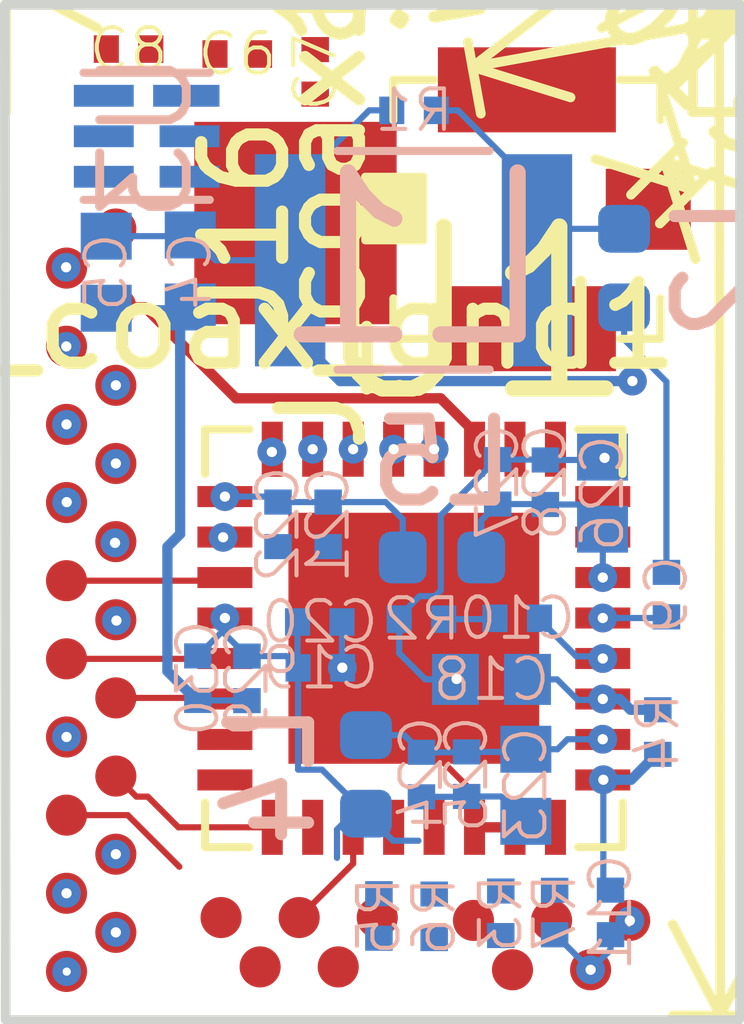
<source format=kicad_pcb>
(kicad_pcb (version 20171130) (host pcbnew "(5.1.0)-1")
  (layers (0 Top_Signal1 jumper) (1 GND power hide) (2 Signal2 signal hide) (3 VDDD power hide) (4 Signal3 signal hide) (31 Back_Signal4 jumper) (34 B.Paste user hide) (35 F.Paste user hide) (36 B.SilkS user hide) (37 F.SilkS user hide) (38 B.Mask user hide) (39 F.Mask user hide) (44 Edge.Cuts user))
  (net 0 "")
  (net 1 GND)
  (net 2 +5V)
  (net 3 +3V3)
  (net 4 VDDD)
  (net 5 "Net-(C9-Pad2)")
  (net 6 DOUT_P)
  (net 7 "Net-(C10-Pad1)")
  (net 8 "Net-(C10-Pad2)")
  (net 9 PDB)
  (net 10 VDDPLL)
  (net 11 VDDCML)
  (net 12 CLK_OUT)
  (net 13 FV)
  (net 14 LV)
  (net 15 I2C_SDA)
  (net 16 I2C_SCL)
  (net 17 "Net-(L1-Pad1)")
  (net 18 MODE)
  (net 19 DIN0)
  (net 20 DIN1)
  (net 21 DIN2)
  (net 22 DIN3)
  (net 23 DIN4)
  (net 24 DIN5)
  (net 25 DIN6)
  (net 26 DIN7)
  (net 27 DIN8)
  (net 28 DIN9)
  (net 29 DIN11)
  (net 30 DIN10)
  (module .Connector:Conn_1x1_100x100_Pad (layer Top_Signal1) (at 117.78996 42.57294)
    (fp_text reference J_coax_gnd1 (at 0 1.27) (layer F.SilkS))
    (fp_text value Conn_01x01)
    (pad 1 smd rect (at 0 0) (size 2.5 2.5) (layers Top_Signal1 F.Paste F.Mask) (net 1 GND))
  )
  (module digikey-footprints:Coax_Conn_U.FL (layer Top_Signal1) (at 120.65 42.40276 90)
    (fp_text reference J_coax1 (at 0 -2.53 90) (layer F.SilkS))
    (fp_text value U_FL-R-SMT_10_)
    (fp_line (start 1.6 -1.65) (end 1.1 -1.65) (layer F.SilkS) (width 0.1))
    (fp_line (start 1.6 -1.65) (end 1.6 -1.15) (layer F.SilkS) (width 0.1))
    (fp_line (start -1.6 -1.65) (end -1.1 -1.65) (layer F.SilkS) (width 0.1))
    (fp_line (start -1.6 -1.65) (end -1.6 -1.15) (layer F.SilkS) (width 0.1))
    (fp_line (start -1.6 1.65) (end -1.6 1.15) (layer F.SilkS) (width 0.1))
    (fp_line (start -1.6 1.65) (end -1.1 1.65) (layer F.SilkS) (width 0.1))
    (fp_line (start 1.6 1.65) (end 1.1 1.65) (layer F.SilkS) (width 0.1))
    (fp_line (start 1.6 1.65) (end 1.6 1.15) (layer F.SilkS) (width 0.1))
    (pad 2 smd rect (at 0 1.5 90) (size 1 1.05) (layers Top_Signal1 F.Paste F.Mask) (net 6 DOUT_P))
    (pad 1 smd rect (at -1.475 0 90) (size 1.05 2.2) (layers Top_Signal1 F.Paste F.Mask) (net 1 GND))
    (pad 1 smd rect (at 1.475 0 90) (size 1.05 2.2) (layers Top_Signal1 F.Paste F.Mask) (net 1 GND))
  )
  (module .Resistor:R_0201_0603Metric_ERJ_L (layer Back_Signal4) (at 120.32742 51.09786 90)
    (fp_text reference R3)
    (fp_text value ERJ-1GEF1002C)
    (fp_text user %R (at 0 0 90) (layer B.SilkS) (effects (font (size 0.5 0.5) (thickness 0.05)) (justify mirror)))
    (pad 1 smd rect (at -0.275 0 90) (size 0.31 0.34) (layers Back_Signal4 B.Paste B.Mask) (net 4 VDDD))
    (pad 2 smd rect (at 0.275 0 90) (size 0.31 0.34) (layers Back_Signal4 B.Paste B.Mask) (net 18 MODE))
  )
  (module .Resistor:R_0201_0603Metric_ERJ_L (layer Back_Signal4) (at 118.8212 51.13088 90)
    (fp_text reference R5)
    (fp_text value ERJ-1GEF3321C)
    (fp_text user %R (at 0 0 90) (layer B.SilkS) (effects (font (size 0.5 0.5) (thickness 0.05)) (justify mirror)))
    (pad 1 smd rect (at -0.275 0 90) (size 0.31 0.34) (layers Back_Signal4 B.Paste B.Mask) (net 3 +3V3))
    (pad 2 smd rect (at 0.275 0 90) (size 0.31 0.34) (layers Back_Signal4 B.Paste B.Mask) (net 16 I2C_SCL))
  )
  (module .Resistor:R_0201_0603Metric_ERJ_L (layer Back_Signal4) (at 119.50446 51.13528 90)
    (fp_text reference R6)
    (fp_text value ERJ-1GEF3321C)
    (fp_text user %R (at 0 0 90) (layer B.SilkS) (effects (font (size 0.5 0.5) (thickness 0.05)) (justify mirror)))
    (pad 2 smd rect (at 0.275 0 90) (size 0.31 0.34) (layers Back_Signal4 B.Paste B.Mask) (net 15 I2C_SDA))
    (pad 1 smd rect (at -0.275 0 90) (size 0.31 0.34) (layers Back_Signal4 B.Paste B.Mask) (net 3 +3V3))
  )
  (module .Connector:B2B_Flex_05_Dual_Row_38milx24mil_Pad_20mil (layer Top_Signal1) (at 119.989602 51.18608)
    (fp_text reference J_extra2 hide)
    (fp_text value Conn_01x05)
    (pad 5 smd circle (at 1.930398 0) (size 0.508 0.508) (layers Top_Signal1 F.Paste F.Mask) (net 4 VDDD))
    (pad 4 smd circle (at 1.447798 0.6096) (size 0.508 0.508) (layers Top_Signal1 F.Paste F.Mask) (net 1 GND))
    (pad 3 smd circle (at 0.965199 0) (size 0.508 0.508) (layers Top_Signal1 F.Paste F.Mask) (net 2 +5V))
    (pad 2 smd circle (at 0.482599 0.6096) (size 0.508 0.508) (layers Top_Signal1 F.Paste F.Mask) (net 15 I2C_SDA))
    (pad 1 smd circle (at 0 0) (size 0.508 0.508) (layers Top_Signal1 F.Paste F.Mask) (net 16 I2C_SCL))
  )
  (module .Connector:B2B_Flex_05_Dual_Row_38milx24mil_Pad_20mil (layer Top_Signal1) (at 116.870482 51.15052)
    (fp_text reference J_extra1 hide)
    (fp_text value Conn_01x05)
    (pad 5 smd circle (at 1.930398 0) (size 0.508 0.508) (layers Top_Signal1 F.Paste F.Mask) (net 1 GND))
    (pad 4 smd circle (at 1.447798 0.6096) (size 0.508 0.508) (layers Top_Signal1 F.Paste F.Mask) (net 3 +3V3))
    (pad 3 smd circle (at 0.965199 0) (size 0.508 0.508) (layers Top_Signal1 F.Paste F.Mask) (net 12 CLK_OUT))
    (pad 2 smd circle (at 0.482599 0.6096) (size 0.508 0.508) (layers Top_Signal1 F.Paste F.Mask) (net 29 DIN11))
    (pad 1 smd circle (at 0 0) (size 0.508 0.508) (layers Top_Signal1 F.Paste F.Mask) (net 30 DIN10))
  )
  (module .Capacitor:C_0201_0603Metric_L (layer Top_Signal1) (at 115.72748 40.4241 180)
    (fp_text reference C8)
    (fp_text value GRM033R61A105ME15D)
    (fp_text user %R (at 0 0 180) (layer F.SilkS) (effects (font (size 0.5 0.5) (thickness 0.05))))
    (pad 2 smd rect (at 0.275 0 180) (size 0.31 0.34) (layers Top_Signal1 F.Paste F.Mask) (net 1 GND))
    (pad 1 smd rect (at -0.275 0 180) (size 0.31 0.34) (layers Top_Signal1 F.Paste F.Mask) (net 4 VDDD))
  )
  (module .Capacitor:C_0402_1005Metric_L (layer Back_Signal4) (at 116.48948 43.16476 270)
    (fp_text reference C4)
    (fp_text value GRM155R60J106ME15D)
    (fp_text user %R (at 0 0 270) (layer B.SilkS) (effects (font (size 0.5 0.5) (thickness 0.05)) (justify mirror)))
    (pad 2 smd rect (at 0.445 0 270) (size 0.58 0.63) (layers Back_Signal4 B.Paste B.Mask) (net 1 GND))
    (pad 1 smd rect (at -0.445 0 270) (size 0.58 0.63) (layers Back_Signal4 B.Paste B.Mask) (net 2 +5V))
  )
  (module .Capacitor:C_0402_1005Metric_L (layer Back_Signal4) (at 115.45062 43.18 270)
    (fp_text reference C5)
    (fp_text value GRM155R60J106ME15D)
    (fp_text user %R (at 0 0 270) (layer B.SilkS) (effects (font (size 0.5 0.5) (thickness 0.05)) (justify mirror)))
    (pad 1 smd rect (at -0.445 0 270) (size 0.58 0.63) (layers Back_Signal4 B.Paste B.Mask) (net 2 +5V))
    (pad 2 smd rect (at 0.445 0 270) (size 0.58 0.63) (layers Back_Signal4 B.Paste B.Mask) (net 1 GND))
  )
  (module .Capacitor:C_0201_0603Metric_L (layer Top_Signal1) (at 117.07046 40.48506 180)
    (fp_text reference C6)
    (fp_text value GRM033R61A105ME15D)
    (fp_text user %R (at 0 0 180) (layer F.SilkS) (effects (font (size 0.5 0.5) (thickness 0.05))))
    (pad 1 smd rect (at -0.275 0 180) (size 0.31 0.34) (layers Top_Signal1 F.Paste F.Mask) (net 3 +3V3))
    (pad 2 smd rect (at 0.275 0 180) (size 0.31 0.34) (layers Top_Signal1 F.Paste F.Mask) (net 1 GND))
  )
  (module .Capacitor:C_0201_0603Metric_L (layer Top_Signal1) (at 118.0338 40.70536 90)
    (fp_text reference C7)
    (fp_text value GRM033R61A105ME15D)
    (fp_text user %R (at 0 0 90) (layer F.SilkS) (effects (font (size 0.5 0.5) (thickness 0.05))))
    (pad 1 smd rect (at -0.275 0 90) (size 0.31 0.34) (layers Top_Signal1 F.Paste F.Mask) (net 2 +5V))
    (pad 2 smd rect (at 0.275 0 90) (size 0.31 0.34) (layers Top_Signal1 F.Paste F.Mask) (net 1 GND))
  )
  (module .Capacitor:C_0201_0603Metric_L (layer Back_Signal4) (at 122.37466 47.16204 270)
    (fp_text reference C9)
    (fp_text value GRM033R61A104ME15D)
    (fp_text user %R (at 0 0 270) (layer B.SilkS) (effects (font (size 0.5 0.5) (thickness 0.05)) (justify mirror)))
    (pad 2 smd rect (at 0.275 0 270) (size 0.31 0.34) (layers Back_Signal4 B.Paste B.Mask) (net 5 "Net-(C9-Pad2)"))
    (pad 1 smd rect (at -0.275 0 270) (size 0.31 0.34) (layers Back_Signal4 B.Paste B.Mask) (net 6 DOUT_P))
  )
  (module .Capacitor:C_0201_0603Metric_L (layer Back_Signal4) (at 120.53062 47.45482)
    (fp_text reference C10)
    (fp_text value GRM033R61C473KE84D)
    (fp_text user %R (at 0 0) (layer B.SilkS) (effects (font (size 0.5 0.5) (thickness 0.05)) (justify mirror)))
    (pad 1 smd rect (at -0.275 0) (size 0.31 0.34) (layers Back_Signal4 B.Paste B.Mask) (net 7 "Net-(C10-Pad1)"))
    (pad 2 smd rect (at 0.275 0) (size 0.31 0.34) (layers Back_Signal4 B.Paste B.Mask) (net 8 "Net-(C10-Pad2)"))
  )
  (module .Capacitor:C_0201_0603Metric_L (layer Back_Signal4) (at 121.68378 51.08702 270)
    (fp_text reference C11)
    (fp_text value GRM033R61A105ME15D)
    (fp_text user %R (at 0 0 270) (layer B.SilkS) (effects (font (size 0.5 0.5) (thickness 0.05)) (justify mirror)))
    (pad 2 smd rect (at 0.275 0 270) (size 0.31 0.34) (layers Back_Signal4 B.Paste B.Mask) (net 1 GND))
    (pad 1 smd rect (at -0.275 0 270) (size 0.31 0.34) (layers Back_Signal4 B.Paste B.Mask) (net 9 PDB))
  )
  (module .Capacitor:C_0402_1005Metric_L (layer Back_Signal4) (at 120.21262 48.2092 180)
    (fp_text reference C18)
    (fp_text value GRM155R60J475ME47D)
    (fp_text user %R (at 0 0 180) (layer B.SilkS) (effects (font (size 0.5 0.5) (thickness 0.05)) (justify mirror)))
    (pad 1 smd rect (at -0.445 0 180) (size 0.58 0.63) (layers Back_Signal4 B.Paste B.Mask) (net 4 VDDD))
    (pad 2 smd rect (at 0.445 0 180) (size 0.58 0.63) (layers Back_Signal4 B.Paste B.Mask) (net 1 GND))
  )
  (module .Capacitor:C_0201_0603Metric_L (layer Back_Signal4) (at 118.0973 48.06696)
    (fp_text reference C19)
    (fp_text value GRM033R61A104ME15D)
    (fp_text user %R (at 0 0) (layer B.SilkS) (effects (font (size 0.5 0.5) (thickness 0.05)) (justify mirror)))
    (pad 2 smd rect (at 0.275 0) (size 0.31 0.34) (layers Back_Signal4 B.Paste B.Mask) (net 1 GND))
    (pad 1 smd rect (at -0.275 0) (size 0.31 0.34) (layers Back_Signal4 B.Paste B.Mask) (net 4 VDDD))
  )
  (module .Capacitor:C_0201_0603Metric_L (layer Back_Signal4) (at 118.09036 47.50054)
    (fp_text reference C20)
    (fp_text value GRM033R71A103KA01D)
    (fp_text user %R (at 0 0) (layer B.SilkS) (effects (font (size 0.5 0.5) (thickness 0.05)) (justify mirror)))
    (pad 1 smd rect (at -0.275 0) (size 0.31 0.34) (layers Back_Signal4 B.Paste B.Mask) (net 4 VDDD))
    (pad 2 smd rect (at 0.275 0) (size 0.31 0.34) (layers Back_Signal4 B.Paste B.Mask) (net 1 GND))
  )
  (module .Capacitor:C_0201_0603Metric_L (layer Back_Signal4) (at 118.19382 46.29404 270)
    (fp_text reference C21)
    (fp_text value GRM033R61A104ME15D)
    (fp_text user %R (at 0 0 270) (layer B.SilkS) (effects (font (size 0.5 0.5) (thickness 0.05)) (justify mirror)))
    (pad 2 smd rect (at 0.275 0 270) (size 0.31 0.34) (layers Back_Signal4 B.Paste B.Mask) (net 1 GND))
    (pad 1 smd rect (at -0.275 0 270) (size 0.31 0.34) (layers Back_Signal4 B.Paste B.Mask) (net 4 VDDD))
  )
  (module .Capacitor:C_0201_0603Metric_L (layer Back_Signal4) (at 117.57406 46.29404 270)
    (fp_text reference C22)
    (fp_text value GRM033R71A103KA01D)
    (fp_text user %R (at 0 0 270) (layer B.SilkS) (effects (font (size 0.5 0.5) (thickness 0.05)) (justify mirror)))
    (pad 1 smd rect (at -0.275 0 270) (size 0.31 0.34) (layers Back_Signal4 B.Paste B.Mask) (net 4 VDDD))
    (pad 2 smd rect (at 0.275 0 270) (size 0.31 0.34) (layers Back_Signal4 B.Paste B.Mask) (net 1 GND))
  )
  (module .Capacitor:C_0402_1005Metric_L (layer Back_Signal4) (at 120.6373 49.5168 270)
    (fp_text reference C23)
    (fp_text value GRM155R60J475ME47D)
    (fp_text user %R (at 0 0 270) (layer B.SilkS) (effects (font (size 0.5 0.5) (thickness 0.05)) (justify mirror)))
    (pad 1 smd rect (at -0.445 0 270) (size 0.58 0.63) (layers Back_Signal4 B.Paste B.Mask) (net 10 VDDPLL))
    (pad 2 smd rect (at 0.445 0 270) (size 0.58 0.63) (layers Back_Signal4 B.Paste B.Mask) (net 1 GND))
  )
  (module .Capacitor:C_0201_0603Metric_L (layer Back_Signal4) (at 119.34698 49.38454 270)
    (fp_text reference C24)
    (fp_text value GRM033R61A104ME15D)
    (fp_text user %R (at 0 0 270) (layer B.SilkS) (effects (font (size 0.5 0.5) (thickness 0.05)) (justify mirror)))
    (pad 2 smd rect (at 0.275 0 270) (size 0.31 0.34) (layers Back_Signal4 B.Paste B.Mask) (net 1 GND))
    (pad 1 smd rect (at -0.275 0 270) (size 0.31 0.34) (layers Back_Signal4 B.Paste B.Mask) (net 10 VDDPLL))
  )
  (module .Capacitor:C_0201_0603Metric_L (layer Back_Signal4) (at 119.90578 49.38014 270)
    (fp_text reference C25)
    (fp_text value GRM033R71A103KA01D)
    (fp_text user %R (at 0 0 270) (layer B.SilkS) (effects (font (size 0.5 0.5) (thickness 0.05)) (justify mirror)))
    (pad 1 smd rect (at -0.275 0 270) (size 0.31 0.34) (layers Back_Signal4 B.Paste B.Mask) (net 10 VDDPLL))
    (pad 2 smd rect (at 0.275 0 270) (size 0.31 0.34) (layers Back_Signal4 B.Paste B.Mask) (net 1 GND))
  )
  (module .Capacitor:C_0402_1005Metric_L (layer Back_Signal4) (at 121.58472 45.90846 90)
    (fp_text reference C26)
    (fp_text value GRJ155R60J106ME11D)
    (fp_text user %R (at 0 0 90) (layer B.SilkS) (effects (font (size 0.5 0.5) (thickness 0.05)) (justify mirror)))
    (pad 2 smd rect (at 0.445 0 90) (size 0.58 0.63) (layers Back_Signal4 B.Paste B.Mask) (net 1 GND))
    (pad 1 smd rect (at -0.445 0 90) (size 0.58 0.63) (layers Back_Signal4 B.Paste B.Mask) (net 11 VDDCML))
  )
  (module .Capacitor:C_0201_0603Metric_L (layer Back_Signal4) (at 120.28932 45.76894 90)
    (fp_text reference C27)
    (fp_text value GRM033R61A104ME15D)
    (fp_text user %R (at 0 0 90) (layer B.SilkS) (effects (font (size 0.5 0.5) (thickness 0.05)) (justify mirror)))
    (pad 2 smd rect (at 0.275 0 90) (size 0.31 0.34) (layers Back_Signal4 B.Paste B.Mask) (net 1 GND))
    (pad 1 smd rect (at -0.275 0 90) (size 0.31 0.34) (layers Back_Signal4 B.Paste B.Mask) (net 11 VDDCML))
  )
  (module .Capacitor:C_0201_0603Metric_L (layer Back_Signal4) (at 120.8786 45.77402 90)
    (fp_text reference C28)
    (fp_text value GRM033R71A103KA01D)
    (fp_text user %R (at 0 0 90) (layer B.SilkS) (effects (font (size 0.5 0.5) (thickness 0.05)) (justify mirror)))
    (pad 1 smd rect (at -0.275 0 90) (size 0.31 0.34) (layers Back_Signal4 B.Paste B.Mask) (net 11 VDDCML))
    (pad 2 smd rect (at 0.275 0 90) (size 0.31 0.34) (layers Back_Signal4 B.Paste B.Mask) (net 1 GND))
  )
  (module .Capacitor:C_0201_0603Metric_L (layer Back_Signal4) (at 117.19052 48.1965 270)
    (fp_text reference C29)
    (fp_text value GRM033R61A104ME15D)
    (fp_text user %R (at 0 0 270) (layer B.SilkS) (effects (font (size 0.5 0.5) (thickness 0.05)) (justify mirror)))
    (pad 2 smd rect (at 0.275 0 270) (size 0.31 0.34) (layers Back_Signal4 B.Paste B.Mask) (net 1 GND))
    (pad 1 smd rect (at -0.275 0 270) (size 0.31 0.34) (layers Back_Signal4 B.Paste B.Mask) (net 4 VDDD))
  )
  (module .Capacitor:C_0201_0603Metric_L (layer Back_Signal4) (at 116.58346 48.19396 270)
    (fp_text reference C30)
    (fp_text value GRM033R71A103KA01D)
    (fp_text user %R (at 0 0 270) (layer B.SilkS) (effects (font (size 0.5 0.5) (thickness 0.05)) (justify mirror)))
    (pad 1 smd rect (at -0.275 0 270) (size 0.31 0.34) (layers Back_Signal4 B.Paste B.Mask) (net 4 VDDD))
    (pad 2 smd rect (at 0.275 0 270) (size 0.31 0.34) (layers Back_Signal4 B.Paste B.Mask) (net 1 GND))
  )
  (module .Connector:B2B_Flex_20_Dual_Row_38milx24mil_Pad_20mil (layer Top_Signal1) (at 115.57 42.646604 270)
    (fp_text reference J16 (at -0.0254 -1.6002 270) (layer F.SilkS))
    (fp_text value Conn_01x20_Female)
    (pad 1 smd circle (at 0 0 270) (size 0.508 0.508) (layers Top_Signal1 F.Paste F.Mask) (net 1 GND))
    (pad 2 smd circle (at 0.482599 0.6096 270) (size 0.508 0.508) (layers Top_Signal1 F.Paste F.Mask) (net 4 VDDD))
    (pad 3 smd circle (at 0.965199 0 270) (size 0.508 0.508) (layers Top_Signal1 F.Paste F.Mask) (net 19 DIN0))
    (pad 4 smd circle (at 1.447798 0.6096 270) (size 0.508 0.508) (layers Top_Signal1 F.Paste F.Mask) (net 21 DIN2))
    (pad 5 smd circle (at 1.930398 0 270) (size 0.508 0.508) (layers Top_Signal1 F.Paste F.Mask) (net 20 DIN1))
    (pad 6 smd circle (at 2.412997 0.6096 270) (size 0.508 0.508) (layers Top_Signal1 F.Paste F.Mask) (net 22 DIN3))
    (pad 7 smd circle (at 2.895597 0 270) (size 0.508 0.508) (layers Top_Signal1 F.Paste F.Mask) (net 12 CLK_OUT))
    (pad 8 smd circle (at 3.378196 0.6096 270) (size 0.508 0.508) (layers Top_Signal1 F.Paste F.Mask) (net 23 DIN4))
    (pad 9 smd circle (at 3.860796 0 270) (size 0.508 0.508) (layers Top_Signal1 F.Paste F.Mask) (net 24 DIN5))
    (pad 10 smd circle (at 4.343395 0.6096 270) (size 0.508 0.508) (layers Top_Signal1 F.Paste F.Mask) (net 26 DIN7))
    (pad 11 smd circle (at 4.825995 0 270) (size 0.508 0.508) (layers Top_Signal1 F.Paste F.Mask) (net 25 DIN6))
    (pad 12 smd circle (at 5.308594 0.6096 270) (size 0.508 0.508) (layers Top_Signal1 F.Paste F.Mask) (net 27 DIN8))
    (pad 13 smd circle (at 5.791194 0 270) (size 0.508 0.508) (layers Top_Signal1 F.Paste F.Mask) (net 28 DIN9))
    (pad 14 smd circle (at 6.273793 0.6096 270) (size 0.508 0.508) (layers Top_Signal1 F.Paste F.Mask) (net 13 FV))
    (pad 15 smd circle (at 6.756393 0 270) (size 0.508 0.508) (layers Top_Signal1 F.Paste F.Mask) (net 14 LV))
    (pad 16 smd circle (at 7.238992 0.6096 270) (size 0.508 0.508) (layers Top_Signal1 F.Paste F.Mask) (net 15 I2C_SDA))
    (pad 17 smd circle (at 7.721592 0 270) (size 0.508 0.508) (layers Top_Signal1 F.Paste F.Mask) (net 16 I2C_SCL))
    (pad 18 smd circle (at 8.204191 0.6096 270) (size 0.508 0.508) (layers Top_Signal1 F.Paste F.Mask) (net 2 +5V))
    (pad 19 smd circle (at 8.686791 0 270) (size 0.508 0.508) (layers Top_Signal1 F.Paste F.Mask) (net 4 VDDD))
    (pad 20 smd circle (at 9.16939 0.6096 270) (size 0.508 0.508) (layers Top_Signal1 F.Paste F.Mask) (net 1 GND))
  )
  (module .Inductor:L_1210_3225Metric_L (layer Back_Signal4) (at 119.24946 43.03268 180)
    (fp_text reference L1)
    (fp_text value ADL3225V-470MT-TL000)
    (fp_text user %R (at 0 0 180) (layer B.SilkS) (effects (font (size 2 2) (thickness 0.2)) (justify mirror)))
    (fp_line (start -0.94 1.35) (end 0.94 1.35) (layer B.SilkS) (width 0.1))
    (fp_line (start -0.94 -1.35) (end 0.94 -1.35) (layer B.SilkS) (width 0.1))
    (pad 1 smd rect (at -1.525 0 180) (size 0.87 2.62) (layers Back_Signal4 B.Paste B.Mask) (net 17 "Net-(L1-Pad1)"))
    (pad 2 smd rect (at 1.525 0 180) (size 0.87 2.62) (layers Back_Signal4 B.Paste B.Mask) (net 2 +5V))
  )
  (module Inductor_SMD:L_0402_1005Metric (layer Back_Signal4) (at 121.85142 43.12906 90)
    (fp_text reference L2 (at 0 1.17 90) (layer B.SilkS) (effects (justify mirror)))
    (fp_text value BLM15HD102SN1D)
    (pad 1 smd roundrect (at -0.485 0 90) (size 0.59 0.64) (layers Back_Signal4 B.Paste B.Mask) (net 6 DOUT_P))
    (pad 2 smd roundrect (at 0.485 0 90) (size 0.59 0.64) (layers Back_Signal4 B.Paste B.Mask) (net 17 "Net-(L1-Pad1)"))
  )
  (module Inductor_SMD:L_0402_1005Metric (layer Back_Signal4) (at 118.66118 49.38254 270)
    (fp_text reference L4 (at 0 1.17 270) (layer B.SilkS) (effects (justify mirror)))
    (fp_text value BLM15HD102SN1D)
    (pad 2 smd roundrect (at 0.485 0 270) (size 0.59 0.64) (layers Back_Signal4 B.Paste B.Mask) (net 4 VDDD))
    (pad 1 smd roundrect (at -0.485 0 270) (size 0.59 0.64) (layers Back_Signal4 B.Paste B.Mask) (net 10 VDDPLL))
  )
  (module Inductor_SMD:L_0402_1005Metric (layer Back_Signal4) (at 119.60098 46.70298 180)
    (fp_text reference L5 (at 0 1.17 180) (layer B.SilkS) (effects (justify mirror)))
    (fp_text value BLM15HD102SN1D)
    (pad 1 smd roundrect (at -0.485 0 180) (size 0.59 0.64) (layers Back_Signal4 B.Paste B.Mask) (net 11 VDDCML))
    (pad 2 smd roundrect (at 0.485 0 180) (size 0.59 0.64) (layers Back_Signal4 B.Paste B.Mask) (net 4 VDDD))
  )
  (module .Resistor:R_0201_0603Metric_ERJ_L (layer Back_Signal4) (at 119.25554 41.18102)
    (fp_text reference R1)
    (fp_text value MMBT3904LP-7B)
    (fp_text user %R (at 0 0) (layer B.SilkS) (effects (font (size 0.5 0.5) (thickness 0.05)) (justify mirror)))
    (pad 1 smd rect (at -0.275 0) (size 0.31 0.34) (layers Back_Signal4 B.Paste B.Mask) (net 2 +5V))
    (pad 2 smd rect (at 0.275 0) (size 0.31 0.34) (layers Back_Signal4 B.Paste B.Mask) (net 17 "Net-(L1-Pad1)"))
  )
  (module .Resistor:R_0201_0603Metric_ERJ_L (layer Back_Signal4) (at 119.34698 47.46498)
    (fp_text reference R2)
    (fp_text value ERJ-1GEF49R9C)
    (fp_text user %R (at 0 0) (layer B.SilkS) (effects (font (size 0.5 0.5) (thickness 0.05)) (justify mirror)))
    (pad 2 smd rect (at 0.275 0) (size 0.31 0.34) (layers Back_Signal4 B.Paste B.Mask) (net 7 "Net-(C10-Pad1)"))
    (pad 1 smd rect (at -0.275 0) (size 0.31 0.34) (layers Back_Signal4 B.Paste B.Mask) (net 1 GND))
  )
  (module .Resistor:R_0201_0603Metric_ERJ_L (layer Back_Signal4) (at 122.26798 48.85944 270)
    (fp_text reference R4)
    (fp_text value ERJ-1GEF1002C)
    (fp_text user %R (at 0 0 270) (layer B.SilkS) (effects (font (size 0.5 0.5) (thickness 0.05)) (justify mirror)))
    (pad 2 smd rect (at 0.275 0 270) (size 0.31 0.34) (layers Back_Signal4 B.Paste B.Mask) (net 9 PDB))
    (pad 1 smd rect (at -0.275 0 270) (size 0.31 0.34) (layers Back_Signal4 B.Paste B.Mask) (net 4 VDDD))
  )
  (module .Resistor:R_0201_0603Metric_ERJ_L (layer Back_Signal4) (at 120.9929 51.08888 270)
    (fp_text reference R7)
    (fp_text value ERJ-1GEF1003C)
    (fp_text user %R (at 0 0 270) (layer B.SilkS) (effects (font (size 0.5 0.5) (thickness 0.05)) (justify mirror)))
    (pad 1 smd rect (at -0.275 0 270) (size 0.31 0.34) (layers Back_Signal4 B.Paste B.Mask) (net 18 MODE))
    (pad 2 smd rect (at 0.275 0 270) (size 0.31 0.34) (layers Back_Signal4 B.Paste B.Mask) (net 1 GND))
  )
  (module .Package_QFN:QFN_33_P50_500X500X80L40X24T310L (layer Top_Signal1) (at 119.253 47.7012)
    (fp_text reference U1)
    (fp_text value DS90UB933-Q1)
    (fp_text user %R (at 0.75 -4) (layer F.SilkS) (effects (font (size 2 2) (thickness 0.2))))
    (fp_line (start -2.03 2.58) (end -2.58 2.58) (layer F.SilkS) (width 0.1))
    (fp_line (start -2.58 2.58) (end -2.58 2.03) (layer F.SilkS) (width 0.1))
    (fp_line (start 2.03 2.58) (end 2.58 2.58) (layer F.SilkS) (width 0.1))
    (fp_line (start 2.58 2.58) (end 2.58 2.03) (layer F.SilkS) (width 0.1))
    (fp_line (start 2.03 -2.58) (end 2.58 -2.58) (layer F.SilkS) (width 0.1))
    (fp_line (start 2.58 -2.58) (end 2.58 -2.03) (layer F.SilkS) (width 0.1))
    (fp_line (start -2.03 -2.58) (end -2.58 -2.58) (layer F.SilkS) (width 0.1))
    (fp_line (start -2.58 -2.58) (end -2.58 -2.03) (layer F.SilkS) (width 0.1))
    (pad 1 smd rect (at -1.75 2.335 90) (size 0.68 0.26) (layers Top_Signal1 F.Paste F.Mask) (net 14 LV))
    (pad 2 smd rect (at -1.25 2.335 90) (size 0.68 0.26) (layers Top_Signal1 F.Paste F.Mask) (net 13 FV))
    (pad 3 smd rect (at -0.75 2.335 90) (size 0.68 0.26) (layers Top_Signal1 F.Paste F.Mask) (net 12 CLK_OUT))
    (pad 4 smd rect (at -0.25 2.335 90) (size 0.68 0.26) (layers Top_Signal1 F.Paste F.Mask) (net 16 I2C_SCL))
    (pad 5 smd rect (at 0.25 2.335 90) (size 0.68 0.26) (layers Top_Signal1 F.Paste F.Mask) (net 15 I2C_SDA))
    (pad 6 smd rect (at 0.75 2.335 90) (size 0.68 0.26) (layers Top_Signal1 F.Paste F.Mask) (net 1 GND))
    (pad 7 smd rect (at 1.25 2.335 90) (size 0.68 0.26) (layers Top_Signal1 F.Paste F.Mask) (net 1 GND))
    (pad 8 smd rect (at 1.75 2.335 90) (size 0.68 0.26) (layers Top_Signal1 F.Paste F.Mask) (net 18 MODE))
    (pad 9 smd rect (at 2.335 1.75) (size 0.68 0.26) (layers Top_Signal1 F.Paste F.Mask) (net 9 PDB))
    (pad 10 smd rect (at 2.335 1.25) (size 0.68 0.26) (layers Top_Signal1 F.Paste F.Mask) (net 10 VDDPLL))
    (pad 11 smd rect (at 2.335 0.75) (size 0.68 0.26) (layers Top_Signal1 F.Paste F.Mask) (net 4 VDDD))
    (pad 12 smd rect (at 2.335 0.25) (size 0.68 0.26) (layers Top_Signal1 F.Paste F.Mask) (net 8 "Net-(C10-Pad2)"))
    (pad 13 smd rect (at 2.335 -0.25) (size 0.68 0.26) (layers Top_Signal1 F.Paste F.Mask) (net 5 "Net-(C9-Pad2)"))
    (pad 14 smd rect (at 2.335 -0.75) (size 0.68 0.26) (layers Top_Signal1 F.Paste F.Mask) (net 11 VDDCML))
    (pad 15 smd rect (at 2.335 -1.25) (size 0.68 0.26) (layers Top_Signal1 F.Paste F.Mask))
    (pad 16 smd rect (at 2.335 -1.75) (size 0.68 0.26) (layers Top_Signal1 F.Paste F.Mask))
    (pad 17 smd rect (at 1.75 -2.335 90) (size 0.68 0.26) (layers Top_Signal1 F.Paste F.Mask))
    (pad 18 smd rect (at 1.25 -2.335 90) (size 0.68 0.26) (layers Top_Signal1 F.Paste F.Mask))
    (pad 19 smd rect (at 0.75 -2.335 90) (size 0.68 0.26) (layers Top_Signal1 F.Paste F.Mask) (net 19 DIN0))
    (pad 20 smd rect (at 0.25 -2.335 90) (size 0.68 0.26) (layers Top_Signal1 F.Paste F.Mask) (net 20 DIN1))
    (pad 21 smd rect (at -0.25 -2.335 90) (size 0.68 0.26) (layers Top_Signal1 F.Paste F.Mask) (net 21 DIN2))
    (pad 22 smd rect (at -0.75 -2.335 90) (size 0.68 0.26) (layers Top_Signal1 F.Paste F.Mask) (net 22 DIN3))
    (pad 23 smd rect (at -1.25 -2.335 90) (size 0.68 0.26) (layers Top_Signal1 F.Paste F.Mask) (net 23 DIN4))
    (pad 24 smd rect (at -1.75 -2.335 90) (size 0.68 0.26) (layers Top_Signal1 F.Paste F.Mask) (net 24 DIN5))
    (pad 25 smd rect (at -2.335 -1.75) (size 0.68 0.26) (layers Top_Signal1 F.Paste F.Mask) (net 4 VDDD))
    (pad 26 smd rect (at -2.335 -1.25) (size 0.68 0.26) (layers Top_Signal1 F.Paste F.Mask) (net 25 DIN6))
    (pad 27 smd rect (at -2.335 -0.75) (size 0.68 0.26) (layers Top_Signal1 F.Paste F.Mask) (net 26 DIN7))
    (pad 28 smd rect (at -2.335 -0.25) (size 0.68 0.26) (layers Top_Signal1 F.Paste F.Mask) (net 4 VDDD))
    (pad 29 smd rect (at -2.335 0.25) (size 0.68 0.26) (layers Top_Signal1 F.Paste F.Mask) (net 27 DIN8))
    (pad 30 smd rect (at -2.335 0.75) (size 0.68 0.26) (layers Top_Signal1 F.Paste F.Mask) (net 28 DIN9))
    (pad 31 smd rect (at -2.335 1.25) (size 0.68 0.26) (layers Top_Signal1 F.Paste F.Mask) (net 30 DIN10))
    (pad 32 smd rect (at -2.335 1.75) (size 0.68 0.26) (layers Top_Signal1 F.Paste F.Mask) (net 29 DIN11))
    (pad 33 smd rect (at 0 0) (size 3.1 3.1) (layers Top_Signal1 F.Paste F.Mask) (net 1 GND))
  )
  (module .Package_SON:SON_6_P50_150X150X80L50X25L (layer Back_Signal4) (at 115.951 41.50106 270)
    (fp_text reference U3)
    (fp_text value TLV7103318DSER)
    (fp_text user %R (at 0 0 270) (layer B.SilkS) (effects (font (size 1.07 1.07) (thickness 0.11)) (justify mirror)))
    (fp_line (start -0.785 -0.78) (end -0.785 0.78) (layer B.SilkS) (width 0.1))
    (fp_line (start 0.785 -0.78) (end 0.785 0.78) (layer B.SilkS) (width 0.1))
    (pad 1 smd rect (at -0.5 -0.49 180) (size 0.82 0.27) (layers Back_Signal4 B.Paste B.Mask) (net 2 +5V))
    (pad 2 smd rect (at 0 -0.53 180) (size 0.74 0.27) (layers Back_Signal4 B.Paste B.Mask) (net 2 +5V))
    (pad 3 smd rect (at 0.5 -0.53 180) (size 0.74 0.27) (layers Back_Signal4 B.Paste B.Mask) (net 2 +5V))
    (pad 4 smd rect (at 0.5 0.53 180) (size 0.74 0.27) (layers Back_Signal4 B.Paste B.Mask) (net 1 GND))
    (pad 5 smd rect (at 0 0.53 180) (size 0.74 0.27) (layers Back_Signal4 B.Paste B.Mask) (net 4 VDDD))
    (pad 6 smd rect (at -0.5 0.53 180) (size 0.74 0.27) (layers Back_Signal4 B.Paste B.Mask) (net 3 +3V3))
  )
  (dimension 0.502894 (width 0.12) (layer F.SilkS) (gr_text "0.0198 in" (at 121.631574 42.884226 315) (layer F.SilkS) (effects (font (size 1 1) (thickness 0.15)))) (feature1 (pts (xy 122.936 41.9354) (xy 122.292738 42.578662))) (feature2 (pts (xy 122.5804 41.5798) (xy 121.937138 42.223062))) (crossbar (pts (xy 122.3518 41.8084) (xy 122.7074 42.164))) (arrow1a (pts (xy 122.7074 42.164) (xy 121.496179 41.782104))) (arrow1b (pts (xy 122.7074 42.164) (xy 122.325504 40.952779))) (arrow2a (pts (xy 122.3518 41.8084) (xy 122.733696 43.019621))) (arrow2b (pts (xy 122.3518 41.8084) (xy 123.563021 42.190296))))
  (gr_poly (pts (xy 118.65102 42.00144) (xy 119.36984 42.00144) (xy 119.36984 42.7863) (xy 118.65356 42.7863)) (layer F.SilkS) (width 0.1))
  (dimension 3.438212 (width 0.12) (layer F.SilkS) (gr_text "0.1354 in" (at 121.89427 41.58812 10.25562981) (layer F.SilkS) (effects (font (size 1 1) (thickness 0.15)))) (feature1 (pts (xy 119.92102 40.33774) (xy 120.080925 41.221532))) (feature2 (pts (xy 123.3043 39.7256) (xy 123.464205 40.609392))) (crossbar (pts (xy 123.359799 40.032341) (xy 119.976519 40.644481))) (arrow1a (pts (xy 119.976519 40.644481) (xy 120.980618 39.866866))) (arrow1b (pts (xy 119.976519 40.644481) (xy 121.189431 41.02097))) (arrow2a (pts (xy 123.359799 40.032341) (xy 122.146887 39.655852))) (arrow2b (pts (xy 123.359799 40.032341) (xy 122.3557 40.809956))))
  (dimension 0.576261 (width 0.12) (layer F.SilkS) (gr_text "0.0227 in" (at 123.790301 38.51741 -9.130176482) (layer F.SilkS) (effects (font (size 1 1) (thickness 0.15)))) (feature1 (pts (xy 123.3043 39.7256) (xy 123.397352 39.146609))) (feature2 (pts (xy 123.87326 39.81704) (xy 123.966312 39.238049))) (crossbar (pts (xy 123.87326 39.81704) (xy 123.3043 39.7256))) (arrow1a (pts (xy 123.3043 39.7256) (xy 124.509583 39.32536))) (arrow1b (pts (xy 123.3043 39.7256) (xy 124.323479 40.483342))) (arrow2a (pts (xy 123.87326 39.81704) (xy 122.854081 39.059298))) (arrow2b (pts (xy 123.87326 39.81704) (xy 122.667977 40.21728))))
  (dimension 0.21841 (width 0.12) (layer F.SilkS) (gr_text "0.0086 in" (at 123.558067 40.964492 351.3044971) (layer F.SilkS) (effects (font (size 1 1) (thickness 0.15)))) (feature1 (pts (xy 123.85802 39.7256) (xy 123.769363 40.30528))) (feature2 (pts (xy 123.64212 39.69258) (xy 123.553463 40.27226))) (crossbar (pts (xy 123.64212 39.69258) (xy 123.85802 39.7256))) (arrow1a (pts (xy 123.85802 39.7256) (xy 122.655808 40.134972))) (arrow1b (pts (xy 123.85802 39.7256) (xy 122.833122 38.975611))) (arrow2a (pts (xy 123.64212 39.69258) (xy 124.667018 40.442569))) (arrow2b (pts (xy 123.64212 39.69258) (xy 124.844332 39.283208))))
  (dimension 12.603489 (width 0.12) (layer F.SilkS) (gr_text "0.4962 in" (at 121.762559 46.059617 270.0692814) (layer F.SilkS) (effects (font (size 1 1) (thickness 0.15)))) (feature1 (pts (xy 123.25604 52.35956) (xy 122.453758 52.36053))) (feature2 (pts (xy 123.2408 39.75608) (xy 122.438518 39.75705))) (crossbar (pts (xy 123.024938 39.756341) (xy 123.040178 52.359821))) (arrow1a (pts (xy 123.040178 52.359821) (xy 122.452396 51.234027))) (arrow1b (pts (xy 123.040178 52.359821) (xy 123.625236 51.232609))) (arrow2a (pts (xy 123.024938 39.756341) (xy 122.43988 40.883553))) (arrow2b (pts (xy 123.024938 39.756341) (xy 123.61272 40.882135))))
  (dimension 0.0127 (width 0.12) (layer F.SilkS) (gr_text "0.013 mm" (at 123.30303 35.8775) (layer F.SilkS) (effects (font (size 1 1) (thickness 0.15)))) (feature1 (pts (xy 123.29668 52.38496) (xy 123.29668 36.561079))) (feature2 (pts (xy 123.30938 52.38496) (xy 123.30938 36.561079))) (crossbar (pts (xy 123.30938 37.1475) (xy 123.29668 37.1475))) (arrow1a (pts (xy 123.29668 37.1475) (xy 124.423184 36.561079))) (arrow1b (pts (xy 123.29668 37.1475) (xy 124.423184 37.733921))) (arrow2a (pts (xy 123.30938 37.1475) (xy 122.182876 36.561079))) (arrow2b (pts (xy 123.30938 37.1475) (xy 122.182876 37.733921))))
  (dimension 11.18616 (width 0.12) (layer F.SilkS) (gr_text "11.186 mm" (at 126.4285 46.79442 270) (layer F.SilkS) (effects (font (size 1 1) (thickness 0.15)))) (feature1 (pts (xy 122.69216 52.3875) (xy 125.744921 52.3875))) (feature2 (pts (xy 122.69216 41.20134) (xy 125.744921 41.20134))) (crossbar (pts (xy 125.1585 41.20134) (xy 125.1585 52.3875))) (arrow1a (pts (xy 125.1585 52.3875) (xy 124.572079 51.260996))) (arrow1b (pts (xy 125.1585 52.3875) (xy 125.744921 51.260996))) (arrow2a (pts (xy 125.1585 41.20134) (xy 124.572079 42.327844))) (arrow2b (pts (xy 125.1585 41.20134) (xy 125.744921 42.327844))))
  (dimension 8.48868 (width 0.12) (layer F.SilkS) (gr_text "8.489 mm" (at 118.45798 38.30574) (layer F.SilkS) (effects (font (size 1 1) (thickness 0.15)))) (feature1 (pts (xy 114.21364 41.20642) (xy 114.21364 38.989319))) (feature2 (pts (xy 122.70232 41.20642) (xy 122.70232 38.989319))) (crossbar (pts (xy 122.70232 39.57574) (xy 114.21364 39.57574))) (arrow1a (pts (xy 114.21364 39.57574) (xy 115.340144 38.989319))) (arrow1b (pts (xy 114.21364 39.57574) (xy 115.340144 40.162161))) (arrow2a (pts (xy 122.70232 39.57574) (xy 121.575816 38.989319))) (arrow2b (pts (xy 122.70232 39.57574) (xy 121.575816 40.162161))))
  (gr_line (start 114.20856 52.4129) (end 114.1984 39.878) (layer Edge.Cuts) (width 0.12))
  (gr_line (start 123.2662 52.41798) (end 114.22634 52.41798) (layer Edge.Cuts) (width 0.12))
  (gr_line (start 123.28398 39.878) (end 123.28398 52.39258) (layer Edge.Cuts) (width 0.12))
  (gr_line (start 114.1984 39.878) (end 123.27636 39.878) (layer Edge.Cuts) (width 0.12))
  (via (at 121.61012 45.47362) (size 0.3556) (drill 0.127) (layers Top_Signal1 Back_Signal4) (net 1))
  (via (at 118.36908 48.06442) (size 0.3556) (drill 0.127) (layers Top_Signal1 Back_Signal4) (net 1))
  (via (at 119.78132 48.20412) (size 0.3556) (drill 0.127) (layers Top_Signal1 Back_Signal4) (net 1))
  (via (at 114.96294 51.81854) (size 0.3556) (drill 0.1016) (layers Top_Signal1 Back_Signal4) (net 1))
  (segment (start 119.253 48.8192) (end 119.253 47.7012) (width 0.127) (layer Top_Signal1) (net 1))
  (segment (start 120.003 50.0362) (end 120.503 50.0362) (width 0.127) (layer Top_Signal1) (net 1))
  (segment (start 119.253 48.87) (end 119.253 47.7012) (width 0.0762) (layer Top_Signal1) (net 1))
  (segment (start 120.003 49.62) (end 119.253 48.87) (width 0.0762) (layer Top_Signal1) (net 1))
  (segment (start 120.003 50.0362) (end 120.003 49.62) (width 0.0762) (layer Top_Signal1) (net 1))
  (segment (start 120.003 50.0362) (end 120.003 49.669) (width 0.0762) (layer Top_Signal1) (net 1))
  (segment (start 119.76762 48.2092) (end 119.40142 48.2092) (width 0.0762) (layer Back_Signal4) (net 1))
  (segment (start 119.03642 47.50054) (end 119.07198 47.46498) (width 0.0762) (layer Back_Signal4) (net 1))
  (segment (start 118.36536 48.06002) (end 118.3723 48.06696) (width 0.0762) (layer Back_Signal4) (net 1))
  (segment (start 118.36536 47.50054) (end 118.36536 48.06002) (width 0.0762) (layer Back_Signal4) (net 1))
  (segment (start 119.90138 49.65954) (end 119.90578 49.65514) (width 0.0762) (layer Back_Signal4) (net 1))
  (segment (start 119.34698 49.65954) (end 119.90138 49.65954) (width 0.0762) (layer Back_Signal4) (net 1))
  (segment (start 120.33064 49.65514) (end 120.6373 49.9618) (width 0.0762) (layer Back_Signal4) (net 1))
  (segment (start 119.90578 49.65514) (end 120.33064 49.65514) (width 0.0762) (layer Back_Signal4) (net 1))
  (segment (start 120.87352 45.49394) (end 120.8786 45.49902) (width 0.0762) (layer Back_Signal4) (net 1))
  (segment (start 120.28932 45.49394) (end 120.87352 45.49394) (width 0.0762) (layer Back_Signal4) (net 1))
  (segment (start 121.54916 45.49902) (end 121.58472 45.46346) (width 0.0762) (layer Back_Signal4) (net 1))
  (segment (start 120.8786 45.49902) (end 121.54916 45.49902) (width 0.0762) (layer Back_Signal4) (net 1))
  (segment (start 119.07198 47.46498) (end 119.07198 47.43264) (width 0.0762) (layer Back_Signal4) (net 1))
  (segment (start 119.323941 47.180679) (end 119.514441 47.180679) (width 0.0762) (layer Back_Signal4) (net 1))
  (segment (start 119.07198 47.43264) (end 119.323941 47.180679) (width 0.0762) (layer Back_Signal4) (net 1))
  (segment (start 119.514441 47.180679) (end 119.58574 47.10938) (width 0.0762) (layer Back_Signal4) (net 1))
  (segment (start 120.27432 45.49394) (end 120.28932 45.49394) (width 0.0762) (layer Back_Signal4) (net 1))
  (segment (start 119.58574 46.18252) (end 120.27432 45.49394) (width 0.0762) (layer Back_Signal4) (net 1))
  (segment (start 119.58574 47.10938) (end 119.58574 46.18252) (width 0.0762) (layer Back_Signal4) (net 1))
  (segment (start 117.18798 48.46896) (end 117.19052 48.4715) (width 0.0762) (layer Back_Signal4) (net 1))
  (segment (start 116.58346 48.46896) (end 117.18798 48.46896) (width 0.0762) (layer Back_Signal4) (net 1))
  (segment (start 119.39524 48.2092) (end 119.76762 48.2092) (width 0.0762) (layer Back_Signal4) (net 1))
  (segment (start 119.253 48.06696) (end 119.39524 48.2092) (width 0.0762) (layer Back_Signal4) (net 1))
  (segment (start 119.07198 47.88594) (end 119.253 48.06696) (width 0.0762) (layer Back_Signal4) (net 1))
  (segment (start 119.07198 47.46498) (end 119.07198 47.88594) (width 0.0762) (layer Back_Signal4) (net 1))
  (segment (start 116.47424 43.625) (end 116.48948 43.60976) (width 0.0762) (layer Back_Signal4) (net 1))
  (segment (start 115.45062 43.625) (end 116.47424 43.625) (width 0.0762) (layer Back_Signal4) (net 1))
  (segment (start 118.19382 46.56904) (end 118.20212 46.56904) (width 0.127) (layer Back_Signal4) (net 1))
  (segment (start 119.253 47.61992) (end 118.53164 46.89856) (width 0.127) (layer Top_Signal1) (net 1))
  (segment (start 119.253 47.7012) (end 119.253 47.61992) (width 0.127) (layer Top_Signal1) (net 1))
  (segment (start 119.00916 47.7012) (end 118.1354 48.57496) (width 0.127) (layer Top_Signal1) (net 1))
  (segment (start 119.253 47.7012) (end 119.00916 47.7012) (width 0.127) (layer Top_Signal1) (net 1))
  (segment (start 116.56846 48.46896) (end 116.58346 48.46896) (width 0.127) (layer Back_Signal4) (net 1))
  (segment (start 116.20754 48.10804) (end 116.56846 48.46896) (width 0.127) (layer Back_Signal4) (net 1))
  (segment (start 116.20754 46.5709) (end 116.20754 48.10804) (width 0.127) (layer Back_Signal4) (net 1))
  (segment (start 116.36502 46.41342) (end 116.20754 46.5709) (width 0.127) (layer Back_Signal4) (net 1))
  (segment (start 116.48948 43.60976) (end 116.36502 43.73422) (width 0.127) (layer Back_Signal4) (net 1))
  (segment (start 116.36502 43.73422) (end 116.36502 46.41342) (width 0.127) (layer Back_Signal4) (net 1))
  (via (at 121.4374 51.79568) (size 0.3556) (drill 0.127) (layers Top_Signal1 Back_Signal4) (net 1))
  (segment (start 121.0056 51.36388) (end 121.4374 51.79568) (width 0.0762) (layer Back_Signal4) (net 1))
  (segment (start 120.9929 51.36388) (end 121.0056 51.36388) (width 0.0762) (layer Back_Signal4) (net 1))
  (segment (start 121.68378 51.5493) (end 121.4374 51.79568) (width 0.0762) (layer Back_Signal4) (net 1))
  (segment (start 121.68378 51.36202) (end 121.68378 51.5493) (width 0.0762) (layer Back_Signal4) (net 1))
  (segment (start 116.8024 43.03268) (end 116.48948 42.71976) (width 0.0762) (layer Back_Signal4) (net 2))
  (segment (start 117.72446 43.03268) (end 116.8024 43.03268) (width 0.0762) (layer Back_Signal4) (net 2))
  (segment (start 116.47424 42.735) (end 116.48948 42.71976) (width 0.0762) (layer Back_Signal4) (net 2))
  (segment (start 115.45062 42.735) (end 116.47424 42.735) (width 0.0762) (layer Back_Signal4) (net 2))
  (via (at 114.9604 50.850795) (size 0.3556) (drill 0.127) (layers Top_Signal1 Back_Signal4) (net 2))
  (via (at 121.954244 44.524976) (size 0.3556) (drill 0.127) (layers Top_Signal1 Back_Signal4) (net 2))
  (segment (start 121.95556 44.52366) (end 121.954244 44.524976) (width 0.0762) (layer Top_Signal1) (net 2))
  (segment (start 121.702797 44.524976) (end 121.954244 44.524976) (width 0.127) (layer Back_Signal4) (net 2))
  (segment (start 118.341756 44.524976) (end 121.702797 44.524976) (width 0.127) (layer Back_Signal4) (net 2))
  (segment (start 117.72446 43.90768) (end 118.341756 44.524976) (width 0.127) (layer Back_Signal4) (net 2))
  (segment (start 117.72446 43.03268) (end 117.72446 43.90768) (width 0.127) (layer Back_Signal4) (net 2))
  (segment (start 117.72446 42.15768) (end 117.72446 43.03268) (width 0.0762) (layer Back_Signal4) (net 2))
  (segment (start 118.70112 41.18102) (end 117.72446 42.15768) (width 0.0762) (layer Back_Signal4) (net 2))
  (segment (start 118.98054 41.18102) (end 118.70112 41.18102) (width 0.0762) (layer Back_Signal4) (net 2))
  (via (at 121.92254 51.18862) (size 0.3556) (drill 0.127) (layers Top_Signal1 Back_Signal4) (net 4))
  (via (at 116.918 47.4512) (size 0.3556) (drill 0.127) (layers Top_Signal1 Back_Signal4) (net 4))
  (segment (start 116.918 47.64898) (end 117.19052 47.9215) (width 0.0762) (layer Back_Signal4) (net 4))
  (segment (start 116.918 47.4512) (end 116.918 47.64898) (width 0.0762) (layer Back_Signal4) (net 4))
  (segment (start 116.918 47.58442) (end 116.58346 47.91896) (width 0.0762) (layer Back_Signal4) (net 4))
  (segment (start 116.918 47.4512) (end 116.918 47.58442) (width 0.0762) (layer Back_Signal4) (net 4))
  (segment (start 117.57406 46.01904) (end 118.19382 46.01904) (width 0.0762) (layer Back_Signal4) (net 4))
  (segment (start 118.19382 46.01904) (end 118.90434 46.01904) (width 0.0762) (layer Back_Signal4) (net 4))
  (segment (start 119.11598 46.23068) (end 119.11598 46.70298) (width 0.0762) (layer Back_Signal4) (net 4))
  (segment (start 118.90434 46.01904) (end 119.11598 46.23068) (width 0.0762) (layer Back_Signal4) (net 4))
  (segment (start 117.81536 48.06002) (end 117.8223 48.06696) (width 0.0762) (layer Back_Signal4) (net 4))
  (segment (start 117.81536 47.50054) (end 117.81536 48.06002) (width 0.0762) (layer Back_Signal4) (net 4))
  (segment (start 117.67684 47.9215) (end 117.8223 48.06696) (width 0.0762) (layer Back_Signal4) (net 4))
  (segment (start 117.19052 47.9215) (end 117.67684 47.9215) (width 0.0762) (layer Back_Signal4) (net 4))
  (segment (start 117.55906 46.01904) (end 117.57406 46.01904) (width 0.0762) (layer Back_Signal4) (net 4))
  (segment (start 117.8223 48.06696) (end 117.8223 49.32358) (width 0.0762) (layer Back_Signal4) (net 4))
  (segment (start 118.11722 49.32358) (end 118.66118 49.86754) (width 0.0762) (layer Back_Signal4) (net 4))
  (segment (start 117.8223 49.32358) (end 118.11722 49.32358) (width 0.0762) (layer Back_Signal4) (net 4))
  (segment (start 121.02382 48.2092) (end 121.27782 48.4632) (width 0.0762) (layer Back_Signal4) (net 4))
  (segment (start 120.65762 48.2092) (end 121.02382 48.2092) (width 0.0762) (layer Back_Signal4) (net 4))
  (via (at 121.588 48.4512) (size 0.3556) (drill 0.127) (layers Top_Signal1 Back_Signal4) (net 4))
  (segment (start 121.27782 48.4632) (end 121.576 48.4632) (width 0.0762) (layer Back_Signal4) (net 4))
  (segment (start 121.576 48.4632) (end 121.588 48.4512) (width 0.0762) (layer Back_Signal4) (net 4))
  (via (at 115.57 51.333395) (size 0.3556) (drill 0.127) (layers Top_Signal1 Back_Signal4) (net 4))
  (segment (start 118.995348 50.201708) (end 119.310028 50.201708) (width 0.0762) (layer Back_Signal4) (net 4))
  (segment (start 118.66118 49.86754) (end 118.995348 50.201708) (width 0.0762) (layer Back_Signal4) (net 4))
  (via (at 116.918 45.9512) (size 0.3556) (drill 0.127) (layers Top_Signal1 Back_Signal4) (net 4))
  (segment (start 117.50622 45.9512) (end 117.57406 46.01904) (width 0.0762) (layer Back_Signal4) (net 4))
  (segment (start 116.918 45.9512) (end 117.50622 45.9512) (width 0.0762) (layer Back_Signal4) (net 4))
  (segment (start 121.798 48.4512) (end 121.588 48.4512) (width 0.127) (layer Back_Signal4) (net 4))
  (segment (start 115.570005 51.3334) (end 115.57 51.333395) (width 0.0762) (layer Back_Signal4) (net 4))
  (segment (start 118.303041 50.063399) (end 118.303041 50.413919) (width 0.0762) (layer Back_Signal4) (net 4))
  (segment (start 118.66118 49.86754) (end 118.4989 49.86754) (width 0.0762) (layer Back_Signal4) (net 4))
  (segment (start 118.4989 49.86754) (end 118.303041 50.063399) (width 0.0762) (layer Back_Signal4) (net 4))
  (segment (start 114.926747 43.137453) (end 114.907868 43.137453) (width 0.127) (layer Back_Signal4) (net 4))
  (via (at 114.95532 43.11904) (size 0.3556) (drill 0.127) (layers Top_Signal1 Back_Signal4) (net 4))
  (segment (start 121.93124 48.58444) (end 122.26798 48.58444) (width 0.127) (layer Back_Signal4) (net 4))
  (segment (start 121.798 48.4512) (end 121.93124 48.58444) (width 0.127) (layer Back_Signal4) (net 4))
  (via (at 121.588 47.4512) (size 0.3556) (drill 0.127) (layers Top_Signal1 Back_Signal4) (net 5))
  (segment (start 122.3605 47.4512) (end 122.37466 47.43704) (width 0.0762) (layer Back_Signal4) (net 5))
  (segment (start 121.588 47.4512) (end 122.3605 47.4512) (width 0.0762) (layer Back_Signal4) (net 5))
  (segment (start 122.37466 46.65584) (end 122.37466 46.88704) (width 0.0762) (layer Back_Signal4) (net 6))
  (segment (start 122.37466 44.5323) (end 122.37466 46.65584) (width 0.0762) (layer Back_Signal4) (net 6))
  (segment (start 121.85142 44.00906) (end 122.37466 44.5323) (width 0.0762) (layer Back_Signal4) (net 6))
  (segment (start 121.85142 43.61406) (end 121.85142 44.00906) (width 0.0762) (layer Back_Signal4) (net 6))
  (segment (start 120.24546 47.46498) (end 120.25562 47.45482) (width 0.0762) (layer Back_Signal4) (net 7))
  (segment (start 119.62198 47.46498) (end 120.24546 47.46498) (width 0.0762) (layer Back_Signal4) (net 7))
  (segment (start 120.80562 47.46982) (end 121.26052 47.92472) (width 0.0762) (layer Back_Signal4) (net 8))
  (segment (start 120.80562 47.45482) (end 120.80562 47.46982) (width 0.0762) (layer Back_Signal4) (net 8))
  (via (at 121.588 47.9512) (size 0.3556) (drill 0.127) (layers Top_Signal1 Back_Signal4) (net 8))
  (segment (start 121.26052 47.92472) (end 121.56152 47.92472) (width 0.0762) (layer Back_Signal4) (net 8))
  (segment (start 121.56152 47.92472) (end 121.588 47.9512) (width 0.0762) (layer Back_Signal4) (net 8))
  (segment (start 122.25298 49.13444) (end 121.9387 49.44872) (width 0.127) (layer Back_Signal4) (net 9))
  (segment (start 122.26798 49.13444) (end 122.25298 49.13444) (width 0.127) (layer Back_Signal4) (net 9))
  (segment (start 121.9387 49.44872) (end 121.59488 49.44872) (width 0.127) (layer Back_Signal4) (net 9))
  (via (at 121.59488 49.44872) (size 0.3556) (drill 0.127) (layers Top_Signal1 Back_Signal4) (net 9))
  (segment (start 121.59488 50.72312) (end 121.68378 50.81202) (width 0.0762) (layer Back_Signal4) (net 9))
  (segment (start 121.59488 49.44872) (end 121.59488 50.72312) (width 0.0762) (layer Back_Signal4) (net 9))
  (segment (start 119.13498 48.89754) (end 119.34698 49.10954) (width 0.0762) (layer Back_Signal4) (net 10))
  (segment (start 118.66118 48.89754) (end 119.13498 48.89754) (width 0.0762) (layer Back_Signal4) (net 10))
  (segment (start 119.90138 49.10954) (end 119.90578 49.10514) (width 0.0762) (layer Back_Signal4) (net 10))
  (segment (start 119.34698 49.10954) (end 119.90138 49.10954) (width 0.0762) (layer Back_Signal4) (net 10))
  (segment (start 120.60396 49.10514) (end 120.6373 49.0718) (width 0.0762) (layer Back_Signal4) (net 10))
  (segment (start 119.90578 49.10514) (end 120.60396 49.10514) (width 0.0762) (layer Back_Signal4) (net 10))
  (segment (start 121.0285 49.0718) (end 121.15196 48.94834) (width 0.0762) (layer Back_Signal4) (net 10))
  (segment (start 120.6373 49.0718) (end 121.0285 49.0718) (width 0.0762) (layer Back_Signal4) (net 10))
  (segment (start 121.15196 48.94834) (end 121.58726 48.94834) (width 0.0762) (layer Back_Signal4) (net 10))
  (via (at 121.58726 48.94834) (size 0.3556) (drill 0.127) (layers Top_Signal1 Back_Signal4) (net 10))
  (segment (start 120.08598 46.24728) (end 120.28932 46.04394) (width 0.0762) (layer Back_Signal4) (net 11))
  (segment (start 120.08598 46.70298) (end 120.08598 46.24728) (width 0.0762) (layer Back_Signal4) (net 11))
  (segment (start 120.87352 46.04394) (end 120.8786 46.04902) (width 0.0762) (layer Back_Signal4) (net 11))
  (segment (start 120.28932 46.04394) (end 120.87352 46.04394) (width 0.0762) (layer Back_Signal4) (net 11))
  (segment (start 121.28028 46.04902) (end 121.58472 46.35346) (width 0.0762) (layer Back_Signal4) (net 11))
  (segment (start 120.8786 46.04902) (end 121.28028 46.04902) (width 0.0762) (layer Back_Signal4) (net 11))
  (via (at 121.588 46.9512) (size 0.3556) (drill 0.127) (layers Top_Signal1 Back_Signal4) (net 11))
  (segment (start 121.588 46.35674) (end 121.58472 46.35346) (width 0.0762) (layer Back_Signal4) (net 11))
  (segment (start 121.588 46.9512) (end 121.588 46.35674) (width 0.0762) (layer Back_Signal4) (net 11))
  (via (at 115.57 45.542201) (size 0.3556) (drill 0.127) (layers Top_Signal1 Back_Signal4) (net 12))
  (segment (start 118.503 50.483201) (end 118.503 50.0362) (width 0.0762) (layer Top_Signal1) (net 12))
  (segment (start 117.835681 51.15052) (end 118.503 50.483201) (width 0.0762) (layer Top_Signal1) (net 12))
  (via (at 114.9604 48.920397) (size 0.3556) (drill 0.127) (layers Top_Signal1 Back_Signal4) (net 13))
  (segment (start 116.3429 50.0362) (end 117.503 50.0362) (width 0.0762) (layer Top_Signal1) (net 14))
  (segment (start 115.963696 49.656996) (end 116.3429 50.0362) (width 0.0762) (layer Top_Signal1) (net 14))
  (segment (start 115.57 49.402997) (end 115.823999 49.656996) (width 0.0762) (layer Top_Signal1) (net 14))
  (segment (start 115.823999 49.656996) (end 115.963696 49.656996) (width 0.0762) (layer Top_Signal1) (net 14))
  (segment (start 119.52986 50.06306) (end 119.503 50.0362) (width 0.127) (layer Top_Signal1) (net 15))
  (segment (start 114.9604 49.885596) (end 115.074699 49.999895) (width 0.0762) (layer Top_Signal1) (net 15))
  (segment (start 115.717316 49.885596) (end 116.35486 50.52314) (width 0.0762) (layer Top_Signal1) (net 15))
  (segment (start 114.9604 49.885596) (end 115.717316 49.885596) (width 0.0762) (layer Top_Signal1) (net 15))
  (segment (start 118.9355 50.1037) (end 119.003 50.0362) (width 0.127) (layer Top_Signal1) (net 16))
  (via (at 115.57 50.368196) (size 0.3556) (drill 0.127) (layers Top_Signal1 Back_Signal4) (net 16))
  (segment (start 121.16308 42.64406) (end 120.77446 43.03268) (width 0.0762) (layer Back_Signal4) (net 17))
  (segment (start 121.85142 42.64406) (end 121.16308 42.64406) (width 0.0762) (layer Back_Signal4) (net 17))
  (segment (start 120.77446 42.15768) (end 120.77446 43.03268) (width 0.0762) (layer Back_Signal4) (net 17))
  (segment (start 119.7978 41.18102) (end 120.77446 42.15768) (width 0.0762) (layer Back_Signal4) (net 17))
  (segment (start 119.53054 41.18102) (end 119.7978 41.18102) (width 0.0762) (layer Back_Signal4) (net 17))
  (segment (start 120.003 45.1562) (end 120.003 45.3662) (width 0.127) (layer Top_Signal1) (net 19))
  (segment (start 119.58382 44.73702) (end 120.003 45.1562) (width 0.127) (layer Top_Signal1) (net 19))
  (segment (start 117.054427 44.73702) (end 119.58382 44.73702) (width 0.127) (layer Top_Signal1) (net 19))
  (segment (start 115.57 43.611803) (end 115.92921 43.611803) (width 0.127) (layer Top_Signal1) (net 19))
  (segment (start 115.92921 43.611803) (end 117.054427 44.73702) (width 0.127) (layer Top_Signal1) (net 19))
  (via (at 115.57 44.577002) (size 0.3556) (drill 0.127) (layers Top_Signal1 Back_Signal4) (net 20))
  (via (at 119.503 45.3662) (size 0.3556) (drill 0.127) (layers Top_Signal1 Back_Signal4) (net 20))
  (segment (start 119.003 45.1562) (end 119.003 45.3662) (width 0.0762) (layer Top_Signal1) (net 21))
  (via (at 114.958144 44.096712) (size 0.3556) (drill 0.127) (layers Top_Signal1 Back_Signal4) (net 21))
  (segment (start 114.9604 44.094402) (end 114.9604 44.094456) (width 0.127) (layer Top_Signal1) (net 21))
  (segment (start 114.9604 44.094456) (end 114.958144 44.096712) (width 0.127) (layer Top_Signal1) (net 21))
  (via (at 119.003 45.3662) (size 0.3556) (drill 0.127) (layers Top_Signal1 Back_Signal4) (net 21))
  (via (at 114.9604 45.059601) (size 0.3556) (drill 0.127) (layers Top_Signal1 Back_Signal4) (net 22))
  (via (at 118.503 45.3662) (size 0.3556) (drill 0.127) (layers Top_Signal1 Back_Signal4) (net 22))
  (via (at 114.96294 46.01972) (size 0.3556) (drill 0.127) (layers Top_Signal1 Back_Signal4) (net 23))
  (via (at 118.003 45.3662) (size 0.3556) (drill 0.127) (layers Top_Signal1 Back_Signal4) (net 23))
  (via (at 115.55984 46.52264) (size 0.3556) (drill 0.127) (layers Top_Signal1 Back_Signal4) (net 24))
  (via (at 117.49786 45.39996) (size 0.3556) (drill 0.127) (layers Top_Signal1 Back_Signal4) (net 24))
  (via (at 116.89588 46.45406) (size 0.3556) (drill 0.127) (layers Top_Signal1 Back_Signal4) (net 25))
  (via (at 115.57762 47.48276) (size 0.3556) (drill 0.127) (layers Top_Signal1 Back_Signal4) (net 25))
  (segment (start 116.879201 46.989999) (end 116.918 46.9512) (width 0.0762) (layer Top_Signal1) (net 26))
  (segment (start 114.9604 46.989999) (end 116.879201 46.989999) (width 0.0762) (layer Top_Signal1) (net 26))
  (segment (start 116.914002 47.955198) (end 116.918 47.9512) (width 0.0762) (layer Top_Signal1) (net 27))
  (segment (start 114.9604 47.955198) (end 116.914002 47.955198) (width 0.0762) (layer Top_Signal1) (net 27))
  (segment (start 115.583402 48.4512) (end 115.57 48.437798) (width 0.127) (layer Top_Signal1) (net 28))
  (segment (start 116.904598 48.437798) (end 116.918 48.4512) (width 0.0762) (layer Top_Signal1) (net 28))
  (segment (start 115.57 48.437798) (end 116.904598 48.437798) (width 0.0762) (layer Top_Signal1) (net 28))
)
</source>
